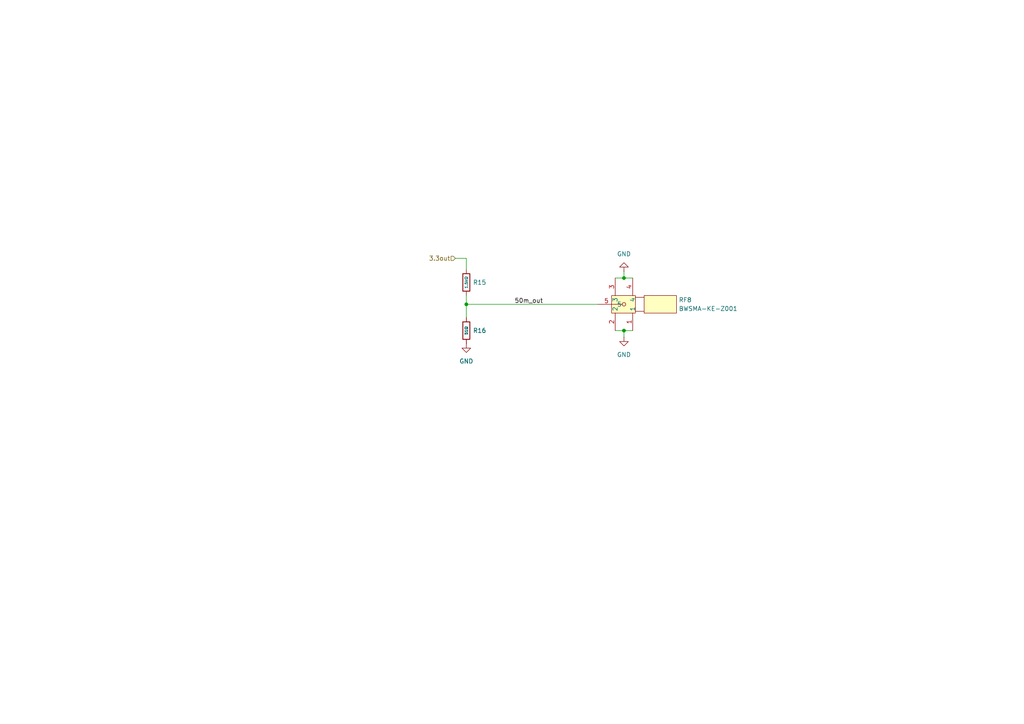
<source format=kicad_sch>
(kicad_sch (version 20250114) (generator "eeschema") (generator_version "9.0")
  (paper "A4")
  (lib_symbols
    (symbol "PCM_JLCPCB-Resistors:0402,1.5kΩ" (pin_numbers (hide yes)) (pin_names (offset 0))
      (property "Reference" "R" (at 1.778 0 0))
      (property "Value" "1.5kΩ" (at 0 0 90))
      (symbol "0402,1.5kΩ_0_1"
        (rectangle (start -1.016 2.54) (end 1.016 -2.54) (stroke (width 0.254)))
      )
      (symbol "0402,1.5kΩ_1_1"
        (pin passive line (at 0 3.81 270) (length 1.27) (name "~") (number "1"))
        (pin passive line (at 0 -3.81 90) (length 1.27) (name "~") (number "2"))
      )
    )
    (symbol "PCM_JLCPCB-Resistors:0402,51Ω" (pin_numbers (hide yes)) (pin_names (offset 0))
      (property "Reference" "R" (at 1.778 0 0))
      (property "Value" "51Ω" (at 0 0 90))
      (symbol "0402,51Ω_0_1"
        (rectangle (start -1.016 2.54) (end 1.016 -2.54) (stroke (width 0.254)))
      )
      (symbol "0402,51Ω_1_1"
        (pin passive line (at 0 3.81 270) (length 1.27) (name "~") (number "1"))
        (pin passive line (at 0 -3.81 90) (length 1.27) (name "~") (number "2"))
      )
    )
    (symbol "easyeda2kicad:BWSMA-KE-Z001"
      (property "Reference" "RF" (at 0 12.7 0))
      (property "Value" "BWSMA-KE-Z001" (at 0 -12.7 0))
      (symbol "BWSMA-KE-Z001_0_1"
        (rectangle (start -12.7 2.54) (end -3.3 -2.54) (fill (type background)))
        (polyline (pts (xy -3.3 2.03) (xy -0.76 2.03)))
        (polyline (pts (xy -3.3 -2.03) (xy -0.76 -2.03)))
        (rectangle (start -0.76 2.54) (end 6.1 -2.54) (fill (type background)))
        (circle (center 2.54 0) (radius 0.51))
        (polyline (pts (xy 3.05 0) (xy 5.08 0)))
        (pin unspecified line (at 0 7.62 270) (length 5.08) (name "1") (number "1"))
        (pin unspecified line (at 0 -7.62 90) (length 5.08) (name "4") (number "4"))
        (pin unspecified line (at 5.08 7.62 270) (length 5.08) (name "2") (number "2"))
        (pin unspecified line (at 5.08 -7.62 90) (length 5.08) (name "3") (number "3"))
        (pin unspecified line (at 10.16 0 180) (length 5.08) (name "5") (number "5"))
      )
    )
    (symbol "power:GND" (power) (pin_numbers (hide yes)) (pin_names (offset 0) (hide yes))
      (property "Value" "GND" (at 0 -3.81 0))
      (symbol "GND_0_1"
        (polyline (pts (xy 0 0) (xy 0 -1.27) (xy 1.27 -1.27) (xy 0 -2.54) (xy -1.27 -1.27) (xy 0 -1.27)))
      )
      (symbol "GND_1_1"
        (pin power_in line (at 0 0 270) (length 0) (name "~") (number "1"))
      )
    )
  )
  (junction (at 180.975 80.645))
  (junction (at 180.975 95.885))
  (junction (at 135.255 88.265))
  (wire (pts (xy 135.255 88.265) (xy 173.355 88.265)))
  (wire (pts (xy 135.255 85.725) (xy 135.255 88.265)))
  (wire (pts (xy 183.515 80.645) (xy 180.975 80.645)))
  (wire (pts (xy 180.975 78.74) (xy 180.975 80.645)))
  (wire (pts (xy 135.255 74.93) (xy 135.255 78.105)))
  (wire (pts (xy 180.975 95.885) (xy 178.435 95.885)))
  (wire (pts (xy 135.255 88.265) (xy 135.255 92.075)))
  (wire (pts (xy 180.975 95.885) (xy 180.975 97.79)))
  (wire (pts (xy 183.515 95.885) (xy 180.975 95.885)))
  (wire (pts (xy 132.08 74.93) (xy 135.255 74.93)))
  (wire (pts (xy 180.975 80.645) (xy 178.435 80.645)))
  (label "50m_out" (at 149.225 88.265 0))
  (hierarchical_label "3.3out" (shape input) (at 132.08 74.93 180))
  (symbol (lib_id "PCM_JLCPCB-Resistors:0402,1.5kΩ") (at 135.255 81.915 0) (unit 1)
    (property "Reference" "R1" (at 137.16 81.9149 0) (effects (justify left)))
    (property "Value" "1.5kΩ" (at 135.255 81.915 90) (effects (font (size 0.8 0.8))))
    (property "Footprint" "PCM_JLCPCB:R_0402" (effects (hide yes)))
    (property "Datasheet" "https://www.lcsc.com/datasheet/lcsc_datasheet_2206010045_UNI-ROYAL-Uniroyal-Elec-0402WGF1501TCE_C25867.pdf" (effects (hide yes)))
    (property "Description" "62.5mW Thick Film Resistors 50V ±100ppm/°C ±1% 1.5kΩ 0402 Chip Resistor - Surface Mount ROHS" (effects (hide yes)))
    (property "LCSC" "C25867" (effects (hide yes)))
    (property "Stock" "753934" (effects (hide yes)))
    (property "Price" "0.004USD" (effects (hide yes)))
    (property "Process" "SMT" (effects (hide yes)))
    (property "Minimum Qty" "20" (effects (hide yes)))
    (property "Attrition Qty" "10" (effects (hide yes)))
    (property "Class" "Basic Component" (effects (hide yes)))
    (property "Category" "Resistors,Chip Resistor - Surface Mount" (effects (hide yes)))
    (property "Manufacturer" "UNI-ROYAL(Uniroyal Elec)" (effects (hide yes)))
    (property "Part" "0402WGF1501TCE" (effects (hide yes)))
    (property "Resistance" "1.5kΩ" (effects (hide yes)))
    (property "Power(Watts)" "62.5mW" (effects (hide yes)))
    (property "Type" "Thick Film Resistors" (effects (hide yes)))
    (property "Overload Voltage (Max)" "50V" (effects (hide yes)))
    (property "Operating Temperature Range" "-55°C~+155°C" (effects (hide yes)))
    (property "Tolerance" "±1%" (effects (hide yes)))
    (property "Temperature Coefficient" "±100ppm/°C" (effects (hide yes)))
    (instances (project "" (path "" (reference "R15") (unit 1)) (path "" (reference "R9") (unit 1)) (path "" (reference "R11") (unit 1)) (path "" (reference "R7") (unit 1)) (path "" (reference "R5") (unit 1)) (path "" (reference "R33") (unit 1)) (path "" (reference "R3") (unit 1)) (path "" (reference "R1") (unit 1)) (path "" (reference "R37") (unit 1)) (path "" (reference "R39") (unit 1)) (path "" (reference "R25") (unit 1)) (path "" (reference "R13") (unit 1)) (path "" (reference "R27") (unit 1)) (path "" (reference "R35") (unit 1)) (path "" (reference "R19") (unit 1)) (path "" (reference "R21") (unit 1)) (path "" (reference "R31") (unit 1)) (path "" (reference "R17") (unit 1)) (path "" (reference "R23") (unit 1)) (path "" (reference "R29") (unit 1))))
  )
  (symbol (lib_id "power:GND") (at 180.975 78.74 180) (unit 1)
    (property "Reference" "#PWR08" (effects (hide yes)))
    (property "Value" "GND" (at 180.975 73.66 0))
    (property "Description" "Power symbol creates a global label with name \"GND\" , ground" (effects (hide yes)))
    (instances (project "test_board" (path "" (reference "#PWR028") (unit 1)) (path "" (reference "#PWR019") (unit 1)) (path "" (reference "#PWR022") (unit 1)) (path "" (reference "#PWR016") (unit 1)) (path "" (reference "#PWR013") (unit 1)) (path "" (reference "#PWR055") (unit 1)) (path "" (reference "#PWR010") (unit 1)) (path "" (reference "#PWR08") (unit 1)) (path "" (reference "#PWR061") (unit 1)) (path "" (reference "#PWR064") (unit 1)) (path "" (reference "#PWR043") (unit 1)) (path "" (reference "#PWR025") (unit 1)) (path "" (reference "#PWR046") (unit 1)) (path "" (reference "#PWR058") (unit 1)) (path "" (reference "#PWR034") (unit 1)) (path "" (reference "#PWR037") (unit 1)) (path "" (reference "#PWR052") (unit 1)) (path "" (reference "#PWR031") (unit 1)) (path "" (reference "#PWR040") (unit 1)) (path "" (reference "#PWR049") (unit 1))))
  )
  (symbol (lib_id "power:GND") (at 180.975 97.79 0) (unit 1)
    (property "Reference" "#PWR07" (effects (hide yes)))
    (property "Value" "GND" (at 180.975 102.87 0))
    (property "Description" "Power symbol creates a global label with name \"GND\" , ground" (effects (hide yes)))
    (instances (project "test_board" (path "" (reference "#PWR029") (unit 1)) (path "" (reference "#PWR020") (unit 1)) (path "" (reference "#PWR023") (unit 1)) (path "" (reference "#PWR017") (unit 1)) (path "" (reference "#PWR014") (unit 1)) (path "" (reference "#PWR056") (unit 1)) (path "" (reference "#PWR011") (unit 1)) (path "" (reference "#PWR07") (unit 1)) (path "" (reference "#PWR062") (unit 1)) (path "" (reference "#PWR065") (unit 1)) (path "" (reference "#PWR044") (unit 1)) (path "" (reference "#PWR026") (unit 1)) (path "" (reference "#PWR047") (unit 1)) (path "" (reference "#PWR059") (unit 1)) (path "" (reference "#PWR035") (unit 1)) (path "" (reference "#PWR038") (unit 1)) (path "" (reference "#PWR053") (unit 1)) (path "" (reference "#PWR032") (unit 1)) (path "" (reference "#PWR041") (unit 1)) (path "" (reference "#PWR050") (unit 1))))
  )
  (symbol (lib_id "PCM_JLCPCB-Resistors:0402,51Ω") (at 135.255 95.885 0) (unit 1)
    (property "Reference" "R2" (at 137.16 95.8849 0) (effects (justify left)))
    (property "Value" "51Ω" (at 135.255 95.885 90) (effects (font (size 0.8 0.8))))
    (property "Footprint" "PCM_JLCPCB:R_0402" (effects (hide yes)))
    (property "Datasheet" "https://www.lcsc.com/datasheet/lcsc_datasheet_2205311900_UNI-ROYAL-Uniroyal-Elec-0402WGF510JTCE_C25125.pdf" (effects (hide yes)))
    (property "Description" "62.5mW Thick Film Resistors 50V ±100ppm/°C ±1% 51Ω 0402 Chip Resistor - Surface Mount ROHS" (effects (hide yes)))
    (property "LCSC" "C25125" (effects (hide yes)))
    (property "Stock" "1077444" (effects (hide yes)))
    (property "Price" "0.004USD" (effects (hide yes)))
    (property "Process" "SMT" (effects (hide yes)))
    (property "Minimum Qty" "20" (effects (hide yes)))
    (property "Attrition Qty" "10" (effects (hide yes)))
    (property "Class" "Preferred Component" (effects (hide yes)))
    (property "Category" "Resistors,Chip Resistor - Surface Mount" (effects (hide yes)))
    (property "Manufacturer" "UNI-ROYAL(Uniroyal Elec)" (effects (hide yes)))
    (property "Part" "0402WGF510JTCE" (effects (hide yes)))
    (property "Resistance" "51Ω" (effects (hide yes)))
    (property "Power(Watts)" "62.5mW" (effects (hide yes)))
    (property "Type" "Thick Film Resistors" (effects (hide yes)))
    (property "Overload Voltage (Max)" "50V" (effects (hide yes)))
    (property "Operating Temperature Range" "-55°C~+155°C" (effects (hide yes)))
    (property "Tolerance" "±1%" (effects (hide yes)))
    (property "Temperature Coefficient" "±100ppm/°C" (effects (hide yes)))
    (instances (project "" (path "" (reference "R16") (unit 1)) (path "" (reference "R10") (unit 1)) (path "" (reference "R12") (unit 1)) (path "" (reference "R8") (unit 1)) (path "" (reference "R6") (unit 1)) (path "" (reference "R34") (unit 1)) (path "" (reference "R4") (unit 1)) (path "" (reference "R2") (unit 1)) (path "" (reference "R38") (unit 1)) (path "" (reference "R40") (unit 1)) (path "" (reference "R26") (unit 1)) (path "" (reference "R14") (unit 1)) (path "" (reference "R28") (unit 1)) (path "" (reference "R36") (unit 1)) (path "" (reference "R20") (unit 1)) (path "" (reference "R22") (unit 1)) (path "" (reference "R32") (unit 1)) (path "" (reference "R18") (unit 1)) (path "" (reference "R24") (unit 1)) (path "" (reference "R30") (unit 1))))
  )
  (symbol (lib_id "power:GND") (at 135.255 99.695 0) (unit 1)
    (property "Reference" "#PWR06" (effects (hide yes)))
    (property "Value" "GND" (at 135.255 104.775 0))
    (property "Description" "Power symbol creates a global label with name \"GND\" , ground" (effects (hide yes)))
    (instances (project "test_board" (path "" (reference "#PWR027") (unit 1)) (path "" (reference "#PWR018") (unit 1)) (path "" (reference "#PWR021") (unit 1)) (path "" (reference "#PWR015") (unit 1)) (path "" (reference "#PWR012") (unit 1)) (path "" (reference "#PWR054") (unit 1)) (path "" (reference "#PWR09") (unit 1)) (path "" (reference "#PWR06") (unit 1)) (path "" (reference "#PWR060") (unit 1)) (path "" (reference "#PWR063") (unit 1)) (path "" (reference "#PWR042") (unit 1)) (path "" (reference "#PWR024") (unit 1)) (path "" (reference "#PWR045") (unit 1)) (path "" (reference "#PWR057") (unit 1)) (path "" (reference "#PWR033") (unit 1)) (path "" (reference "#PWR036") (unit 1)) (path "" (reference "#PWR051") (unit 1)) (path "" (reference "#PWR030") (unit 1)) (path "" (reference "#PWR039") (unit 1)) (path "" (reference "#PWR048") (unit 1))))
  )
  (symbol (lib_id "easyeda2kicad:BWSMA-KE-Z001") (at 183.515 88.265 180) (unit 1)
    (property "Reference" "RF1" (at 196.85 86.9949 0) (effects (justify right)))
    (property "Value" "BWSMA-KE-Z001" (at 196.85 89.5349 0) (effects (justify right)))
    (property "Footprint" "easyeda2kicad:SMA-TH_BWSMA-KE-Z001" (effects (hide yes)))
    (property "Datasheet" "https://lcsc.com/product-detail/New-Arrivals_BAT-WIRELESS-BWSMA-KE-Z001_C496549.html" (effects (hide yes)))
    (property "LCSC Part" "C496549" (effects (hide yes)))
    (instances (project "test_board" (path "" (reference "RF8") (unit 1)) (path "" (reference "RF5") (unit 1)) (path "" (reference "RF6") (unit 1)) (path "" (reference "RF4") (unit 1)) (path "" (reference "RF3") (unit 1)) (path "" (reference "RF17") (unit 1)) (path "" (reference "RF2") (unit 1)) (path "" (reference "RF1") (unit 1)) (path "" (reference "RF19") (unit 1)) (path "" (reference "RF20") (unit 1)) (path "" (reference "RF13") (unit 1)) (path "" (reference "RF7") (unit 1)) (path "" (reference "RF14") (unit 1)) (path "" (reference "RF18") (unit 1)) (path "" (reference "RF10") (unit 1)) (path "" (reference "RF11") (unit 1)) (path "" (reference "RF16") (unit 1)) (path "" (reference "RF9") (unit 1)) (path "" (reference "RF12") (unit 1)) (path "" (reference "RF15") (unit 1))))
  )
)
</source>
